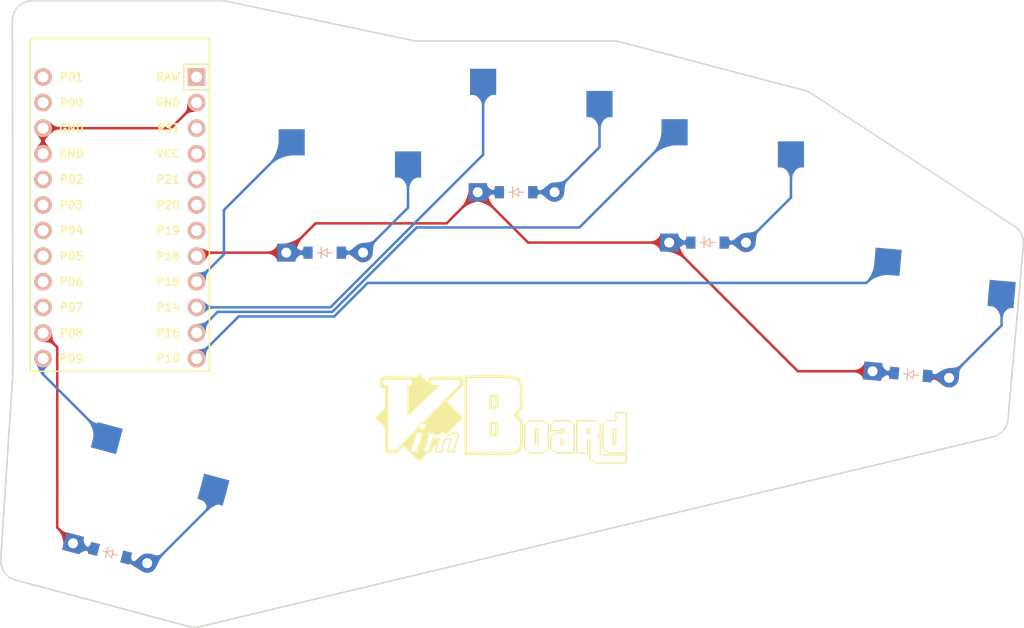
<source format=kicad_pcb>
(kicad_pcb (version 20241229) (generator "pcbnew") (generator_version "9.0")
  (title_block (title "vimboard") (rev "v1.0.0") (company "Unknown"))
  (layers (0 "F.Cu" signal) (2 "B.Cu" signal) (13 "F.Paste" user) (15 "B.Paste" user) (5 "F.SilkS" user) (7 "B.SilkS" user) (1 "F.Mask" user) (3 "B.Mask" user) (25 "Edge.Cuts" user))
  (net 0 "")
  (net 1 "P15")
  (net 2 "index_main")
  (net 3 "P14")
  (net 4 "middle_main")
  (net 5 "P16")
  (net 6 "ring_main")
  (net 7 "P10")
  (net 8 "pinky_main")
  (net 9 "P9")
  (net 10 "escape_main")
  (net 11 "P18")
  (net 12 "P8")
  (net 13 "RAW")
  (net 14 "GND")
  (net 15 "RST")
  (net 16 "VCC")
  (net 17 "P21")
  (net 18 "P20")
  (net 19 "P19")
  (net 20 "P1")
  (net 21 "P0")
  (net 22 "P2")
  (net 23 "P3")
  (net 24 "P4")
  (net 25 "P5")
  (net 26 "P6")
  (net 27 "P7")
  (footprint "ComboDiode" (layer "F.Cu") (at 158.174517 117.099143 -5)
    (property "Reference" "D4" (hide yes))
    (property "Value" "" (hide yes))
    (fp_line (start -0.75 0) (end -0.35 -0.000001) (stroke (width 0.1)) (layer "F.SilkS"))
    (fp_line (start -0.35 -0.000001) (end -0.35 0.55) (stroke (width 0.1)) (layer "F.SilkS"))
    (fp_line (start -0.35 -0.000001) (end -0.35 -0.55) (stroke (width 0.1)) (layer "F.SilkS"))
    (fp_line (start -0.35 -0.000001) (end 0.25 -0.4) (stroke (width 0.1)) (layer "F.SilkS"))
    (fp_line (start 0.25 0.4) (end -0.35 -0.000001) (stroke (width 0.1)) (layer "F.SilkS"))
    (fp_line (start 0.25 0) (end 0.75 0) (stroke (width 0.1)) (layer "F.SilkS"))
    (fp_line (start 0.25 -0.4) (end 0.25 0.4) (stroke (width 0.1)) (layer "F.SilkS"))
    (fp_line (start -0.75 0) (end -0.35 -0.000001) (stroke (width 0.1)) (layer "B.SilkS"))
    (fp_line (start -0.35 -0.000001) (end -0.35 0.55) (stroke (width 0.1)) (layer "B.SilkS"))
    (fp_line (start -0.35 -0.000001) (end -0.35 -0.55) (stroke (width 0.1)) (layer "B.SilkS"))
    (fp_line (start -0.35 -0.000001) (end 0.25 -0.4) (stroke (width 0.1)) (layer "B.SilkS"))
    (fp_line (start 0.25 0.4) (end -0.35 -0.000001) (stroke (width 0.1)) (layer "B.SilkS"))
    (fp_line (start 0.25 0) (end 0.75 0) (stroke (width 0.1)) (layer "B.SilkS"))
    (fp_line (start 0.25 -0.4) (end 0.25 0.4) (stroke (width 0.1)) (layer "B.SilkS"))
    (pad "1" thru_hole rect (at -3.81 0 355) (size 1.778 1.778) (drill 0.9906) (layers "*.Cu" "*.Mask") (net 11 "P18"))
    (pad "1" smd rect (at -1.65 0 355) (size 0.9 1.2) (layers "F.Cu" "F.Mask" "F.Paste") (net 11 "P18"))
    (pad "1" smd rect (at -1.65 0 355) (size 0.9 1.2) (layers "B.Cu" "B.Mask" "B.Paste") (net 11 "P18"))
    (pad "2" smd rect (at 1.65 0 355) (size 0.9 1.2) (layers "F.Cu" "F.Mask" "F.Paste") (net 8 "pinky_main"))
    (pad "2" smd rect (at 1.65 0 355) (size 0.9 1.2) (layers "B.Cu" "B.Mask" "B.Paste") (net 8 "pinky_main"))
    (pad "2" thru_hole circle (at 3.81 0 355) (size 1.905 1.905) (drill 0.9906) (layers "*.Cu" "*.Mask") (net 8 "pinky_main"))
  )
  (footprint "PG1350" (layer "F.Cu") (at 138 99)
    (property "Reference" "S3" (hide yes))
    (property "Value" "" (hide yes))
    (pad "" np_thru_hole circle (at -5.5 0) (size 1.7018 1.7018) (drill 1.7018) (layers "*.Cu" "*.Mask"))
    (pad "" np_thru_hole circle (at 0 -5.95) (size 3 3) (drill 3) (layers "*.Cu" "*.Mask"))
    (pad "" np_thru_hole circle (at 0 0) (size 3.429 3.429) (drill 3.429) (layers "*.Cu" "*.Mask"))
    (pad "" np_thru_hole circle (at 5 -3.75) (size 3 3) (drill 3) (layers "*.Cu" "*.Mask"))
    (pad "" np_thru_hole circle (at 5.5 0) (size 1.7018 1.7018) (drill 1.7018) (layers "*.Cu" "*.Mask"))
    (pad "1" smd rect (at -3.275 -5.95) (size 2.6 2.6) (layers "B.Cu" "B.Mask" "B.Paste") (net 5 "P16"))
    (pad "2" smd rect (at 8.275 -3.75) (size 2.6 2.6) (layers "B.Cu" "B.Mask" "B.Paste") (net 6 "ring_main"))
  )
  (footprint "ComboDiode" (layer "F.Cu") (at 100 105)
    (property "Reference" "D1" (hide yes))
    (property "Value" "" (hide yes))
    (fp_line (start -0.75 0) (end -0.35 0) (stroke (width 0.1)) (layer "F.SilkS"))
    (fp_line (start -0.35 0) (end -0.35 -0.55) (stroke (width 0.1)) (layer "F.SilkS"))
    (fp_line (start -0.35 0) (end -0.35 0.55) (stroke (width 0.1)) (layer "F.SilkS"))
    (fp_line (start -0.35 0) (end 0.25 -0.4) (stroke (width 0.1)) (layer "F.SilkS"))
    (fp_line (start 0.25 -0.4) (end 0.25 0.4) (stroke (width 0.1)) (layer "F.SilkS"))
    (fp_line (start 0.25 0) (end 0.75 0) (stroke (width 0.1)) (layer "F.SilkS"))
    (fp_line (start 0.25 0.4) (end -0.35 0) (stroke (width 0.1)) (layer "F.SilkS"))
    (fp_line (start -0.75 0) (end -0.35 0) (stroke (width 0.1)) (layer "B.SilkS"))
    (fp_line (start -0.35 0) (end -0.35 -0.55) (stroke (width 0.1)) (layer "B.SilkS"))
    (fp_line (start -0.35 0) (end -0.35 0.55) (stroke (width 0.1)) (layer "B.SilkS"))
    (fp_line (start -0.35 0) (end 0.25 -0.4) (stroke (width 0.1)) (layer "B.SilkS"))
    (fp_line (start 0.25 -0.4) (end 0.25 0.4) (stroke (width 0.1)) (layer "B.SilkS"))
    (fp_line (start 0.25 0) (end 0.75 0) (stroke (width 0.1)) (layer "B.SilkS"))
    (fp_line (start 0.25 0.4) (end -0.35 0) (stroke (width 0.1)) (layer "B.SilkS"))
    (pad "1" thru_hole rect (at -3.81 0) (size 1.778 1.778) (drill 0.9906) (layers "*.Cu" "*.Mask") (net 11 "P18"))
    (pad "1" smd rect (at -1.65 0) (size 0.9 1.2) (layers "F.Cu" "F.Mask" "F.Paste") (net 11 "P18"))
    (pad "1" smd rect (at -1.65 0) (size 0.9 1.2) (layers "B.Cu" "B.Mask" "B.Paste") (net 11 "P18"))
    (pad "2" smd rect (at 1.65 0) (size 0.9 1.2) (layers "F.Cu" "F.Mask" "F.Paste") (net 2 "index_main"))
    (pad "2" smd rect (at 1.65 0) (size 0.9 1.2) (layers "B.Cu" "B.Mask" "B.Paste") (net 2 "index_main"))
    (pad "2" thru_hole circle (at 3.81 0) (size 1.905 1.905) (drill 0.9906) (layers "*.Cu" "*.Mask") (net 2 "index_main"))
  )
  (footprint "PG1350" (layer "F.Cu") (at 100 100)
    (property "Reference" "S1" (hide yes))
    (property "Value" "" (hide yes))
    (pad "" np_thru_hole circle (at -5.5 0) (size 1.7018 1.7018) (drill 1.7018) (layers "*.Cu" "*.Mask"))
    (pad "" np_thru_hole circle (at 0 -5.95) (size 3 3) (drill 3) (layers "*.Cu" "*.Mask"))
    (pad "" np_thru_hole circle (at 0 0) (size 3.429 3.429) (drill 3.429) (layers "*.Cu" "*.Mask"))
    (pad "" np_thru_hole circle (at 5 -3.75) (size 3 3) (drill 3) (layers "*.Cu" "*.Mask"))
    (pad "" np_thru_hole circle (at 5.5 0) (size 1.7018 1.7018) (drill 1.7018) (layers "*.Cu" "*.Mask"))
    (pad "1" smd rect (at -3.275 -5.95) (size 2.6 2.6) (layers "B.Cu" "B.Mask" "B.Paste") (net 1 "P15"))
    (pad "2" smd rect (at 8.275 -3.75) (size 2.6 2.6) (layers "B.Cu" "B.Mask" "B.Paste") (net 2 "index_main"))
  )
  (footprint "ProMicro" (layer "F.Cu") (at 79.668976 101.536347 -90)
    (property "Reference" "MCU1" (hide yes))
    (property "Value" "" (hide yes))
    (fp_line (start -17.78 8.89) (end 15.24 8.89) (stroke (width 0.15)) (layer "F.SilkS"))
    (fp_line (start 15.24 8.89) (end 15.24 -8.89) (stroke (width 0.15)) (layer "F.SilkS"))
    (fp_line (start -15.24 -6.35) (end -12.7 -6.35) (stroke (width 0.15)) (layer "F.SilkS"))
    (fp_line (start -15.24 -6.35) (end -15.24 -8.89) (stroke (width 0.15)) (layer "F.SilkS"))
    (fp_line (start -12.7 -6.35) (end -12.7 -8.89) (stroke (width 0.15)) (layer "F.SilkS"))
    (fp_line (start -17.78 -8.89) (end -17.78 8.89) (stroke (width 0.15)) (layer "F.SilkS"))
    (fp_line (start 15.24 -8.89) (end -17.78 -8.89) (stroke (width 0.15)) (layer "F.SilkS"))
    (fp_text user "P04" (at 1.27 4.8 0) (layer "F.SilkS") (effects (font (size 0.8 0.8))))
    (fp_text user "GND" (at -6.35 4.8 0) (layer "F.SilkS") (effects (font (size 0.8 0.8))))
    (fp_text user "P00" (at -11.43 4.8 0) (layer "F.SilkS") (effects (font (size 0.8 0.8))))
    (fp_text user "RAW" (at -13.97 -4.8 0) (layer "F.SilkS") (effects (font (size 0.8 0.8))))
    (fp_text user "P03" (at -1.27 4.8 0) (layer "F.SilkS") (effects (font (size 0.8 0.8))))
    (fp_text user "P10" (at 13.97 -4.8 0) (layer "F.SilkS") (effects (font (size 0.8 0.8))))
    (fp_text user "P05" (at 3.81 4.8 0) (layer "F.SilkS") (effects (font (size 0.8 0.8))))
    (fp_text user "P07" (at 8.89 4.8 0) (layer "F.SilkS") (effects (font (size 0.8 0.8))))
    (fp_text user "P09" (at 13.97 4.8 0) (layer "F.SilkS") (effects (font (size 0.8 0.8))))
    (fp_text user "P02" (at -3.81 4.8 0) (layer "F.SilkS") (effects (font (size 0.8 0.8))))
    (fp_text user "P19" (at 1.27 -4.8 0) (layer "F.SilkS") (effects (font (size 0.8 0.8))))
    (fp_text user "P18" (at 3.81 -4.8 0) (layer "F.SilkS") (effects (font (size 0.8 0.8))))
    (fp_text user "P06" (at 6.35 4.8 0) (layer "F.SilkS") (effects (font (size 0.8 0.8))))
    (fp_text user "GND" (at -8.89 4.8 0) (layer "F.SilkS") (effects (font (size 0.8 0.8))))
    (fp_text user "P08" (at 11.43 4.8 0) (layer "F.SilkS") (effects (font (size 0.8 0.8))))
    (fp_text user "P21" (at -3.81 -4.8 0) (layer "F.SilkS") (effects (font (size 0.8 0.8))))
    (fp_text user "P15" (at 6.35 -4.8 0) (layer "F.SilkS") (effects (font (size 0.8 0.8))))
    (fp_text user "P01" (at -13.97 4.8 0) (layer "F.SilkS") (effects (font (size 0.8 0.8))))
    (fp_text user "RST" (at -8.89 -4.8 0) (layer "F.SilkS") (effects (font (size 0.8 0.8))))
    (fp_text user "P16" (at 11.43 -4.8 0) (layer "F.SilkS") (effects (font (size 0.8 0.8))))
    (fp_text user "GND" (at -11.43 -4.8 0) (layer "F.SilkS") (effects (font (size 0.8 0.8))))
    (fp_text user "P20" (at -1.27 -4.8 0) (layer "F.SilkS") (effects (font (size 0.8 0.8))))
    (fp_text user "P14" (at 8.89 -4.8 0) (layer "F.SilkS") (effects (font (size 0.8 0.8))))
    (fp_text user "VCC" (at -6.35 -4.8 0) (layer "F.SilkS") (effects (font (size 0.8 0.8))))
    (pad "1" thru_hole rect (at -13.97 -7.62 270) (size 1.7526 1.7526) (drill 1.0922) (layers "*.Cu" "*.SilkS" "*.Mask") (net 13 "RAW"))
    (pad "2" thru_hole circle (at -11.43 -7.62) (size 1.7526 1.7526) (drill 1.0922) (layers "*.Cu" "*.SilkS" "*.Mask") (net 14 "GND"))
    (pad "3" thru_hole circle (at -8.89 -7.62) (size 1.7526 1.7526) (drill 1.0922) (layers "*.Cu" "*.SilkS" "*.Mask") (net 15 "RST"))
    (pad "4" thru_hole circle (at -6.35 -7.62) (size 1.7526 1.7526) (drill 1.0922) (layers "*.Cu" "*.SilkS" "*.Mask") (net 16 "VCC"))
    (pad "5" thru_hole circle (at -3.81 -7.62) (size 1.7526 1.7526) (drill 1.0922) (layers "*.Cu" "*.SilkS" "*.Mask") (net 17 "P21"))
    (pad "6" thru_hole circle (at -1.27 -7.62) (size 1.7526 1.7526) (drill 1.0922) (layers "*.Cu" "*.SilkS" "*.Mask") (net 18 "P20"))
    (pad "7" thru_hole circle (at 1.27 -7.62) (size 1.7526 1.7526) (drill 1.0922) (layers "*.Cu" "*.SilkS" "*.Mask") (net 19 "P19"))
    (pad "8" thru_hole circle (at 3.81 -7.62) (size 1.7526 1.7526) (drill 1.0922) (layers "*.Cu" "*.SilkS" "*.Mask") (net 11 "P18"))
    (pad "9" thru_hole circle (at 6.35 -7.62) (size 1.7526 1.7526) (drill 1.0922) (layers "*.Cu" "*.SilkS" "*.Mask") (net 1 "P15"))
    (pad "10" thru_hole circle (at 8.89 -7.62) (size 1.7526 1.7526) (drill 1.0922) (layers "*.Cu" "*.SilkS" "*.Mask") (net 3 "P14"))
    (pad "11" thru_hole circle (at 11.43 -7.62) (size 1.7526 1.7526) (drill 1.0922) (layers "*.Cu" "*.SilkS" "*.Mask") (net 5 "P16"))
    (pad "12" thru_hole circle (at 13.97 -7.62) (size 1.7526 1.7526) (drill 1.0922) (layers "*.Cu" "*.SilkS" "*.Mask") (net 7 "P10"))
    (pad "13" thru_hole circle (at -13.97 7.62) (size 1.7526 1.7526) (drill 1.0922) (layers "*.Cu" "*.SilkS" "*.Mask") (net 20 "P1"))
    (pad "14" thru_hole circle (at -11.43 7.62) (size 1.7526 1.7526) (drill 1.0922) (layers "*.Cu" "*.SilkS" "*.Mask") (net 21 "P0"))
    (pad "15" thru_hole circle (at -8.89 7.62) (size 1.7526 1.7526) (drill 1.0922) (layers "*.Cu" "*.SilkS" "*.Mask") (net 14 "GND"))
    (pad "16" thru_hole circle (at -6.35 7.62) (size 1.7526 1.7526) (drill 1.0922) (layers "*.Cu" "*.SilkS" "*.Mask") (net 14 "GND"))
    (pad "17" thru_hole circle (at -3.81 7.62) (size 1.7526 1.7526) (drill 1.0922) (layers "*.Cu" "*.SilkS" "*.Mask") (net 22 "P2"))
    (pad "18" thru_hole circle (at -1.27 7.62) (size 1.7526 1.7526) (drill 1.0922) (layers "*.Cu" "*.SilkS" "*.Mask") (net 23 "P3"))
    (pad "19" thru_hole circle (at 1.27 7.62) (size 1.7526 1.7526) (drill 1.0922) (layers "*.Cu" "*.SilkS" "*.Mask") (net 24 "P4"))
    (pad "20" thru_hole circle (at 3.81 7.62) (size 1.7526 1.7526) (drill 1.0922) (layers "*.Cu" "*.SilkS" "*.Mask") (net 25 "P5"))
    (pad "21" thru_hole circle (at 6.35 7.62) (size 1.7526 1.7526) (drill 1.0922) (layers "*.Cu" "*.SilkS" "*.Mask") (net 26 "P6"))
    (pad "22" thru_hole circle (at 8.89 7.62) (size 1.7526 1.7526) (drill 1.0922) (layers "*.Cu" "*.SilkS" "*.Mask") (net 27 "P7"))
    (pad "23" thru_hole circle (at 11.43 7.62) (size 1.7526 1.7526) (drill 1.0922) (layers "*.Cu" "*.SilkS" "*.Mask") (net 12 "P8"))
    (pad "24" thru_hole circle (at 13.97 7.62) (size 1.7526 1.7526) (drill 1.0922) (layers "*.Cu" "*.SilkS" "*.Mask") (net 9 "P9"))
  )
  (footprint "ComboDiode" (layer "F.Cu") (at 119 99)
    (property "Reference" "D2" (hide yes))
    (property "Value" "" (hide yes))
    (fp_line (start -0.75 0) (end -0.35 0) (stroke (width 0.1)) (layer "F.SilkS"))
    (fp_line (start -0.35 0) (end -0.35 -0.55) (stroke (width 0.1)) (layer "F.SilkS"))
    (fp_line (start -0.35 0) (end -0.35 0.55) (stroke (width 0.1)) (layer "F.SilkS"))
    (fp_line (start -0.35 0) (end 0.25 -0.4) (stroke (width 0.1)) (layer "F.SilkS"))
    (fp_line (start 0.25 -0.4) (end 0.25 0.4) (stroke (width 0.1)) (layer "F.SilkS"))
    (fp_line (start 0.25 0) (end 0.75 0) (stroke (width 0.1)) (layer "F.SilkS"))
    (fp_line (start 0.25 0.4) (end -0.35 0) (stroke (width 0.1)) (layer "F.SilkS"))
    (fp_line (start -0.75 0) (end -0.35 0) (stroke (width 0.1)) (layer "B.SilkS"))
    (fp_line (start -0.35 0) (end -0.35 -0.55) (stroke (width 0.1)) (layer "B.SilkS"))
    (fp_line (start -0.35 0) (end -0.35 0.55) (stroke (width 0.1)) (layer "B.SilkS"))
    (fp_line (start -0.35 0) (end 0.25 -0.4) (stroke (width 0.1)) (layer "B.SilkS"))
    (fp_line (start 0.25 -0.4) (end 0.25 0.4) (stroke (width 0.1)) (layer "B.SilkS"))
    (fp_line (start 0.25 0) (end 0.75 0) (stroke (width 0.1)) (layer "B.SilkS"))
    (fp_line (start 0.25 0.4) (end -0.35 0) (stroke (width 0.1)) (layer "B.SilkS"))
    (pad "1" thru_hole rect (at -3.81 0) (size 1.778 1.778) (drill 0.9906) (layers "*.Cu" "*.Mask") (net 11 "P18"))
    (pad "1" smd rect (at -1.65 0) (size 0.9 1.2) (layers "F.Cu" "F.Mask" "F.Paste") (net 11 "P18"))
    (pad "1" smd rect (at -1.65 0) (size 0.9 1.2) (layers "B.Cu" "B.Mask" "B.Paste") (net 11 "P18"))
    (pad "2" smd rect (at 1.65 0) (size 0.9 1.2) (layers "F.Cu" "F.Mask" "F.Paste") (net 4 "middle_main"))
    (pad "2" smd rect (at 1.65 0) (size 0.9 1.2) (layers "B.Cu" "B.Mask" "B.Paste") (net 4 "middle_main"))
    (pad "2" thru_hole circle (at 3.81 0) (size 1.905 1.905) (drill 0.9906) (layers "*.Cu" "*.Mask") (net 4 "middle_main"))
  )
  (footprint "PG1350" (layer "F.Cu") (at 119 94)
    (property "Reference" "S2" (hide yes))
    (property "Value" "" (hide yes))
    (pad "" np_thru_hole circle (at -5.5 0) (size 1.7018 1.7018) (drill 1.7018) (layers "*.Cu" "*.Mask"))
    (pad "" np_thru_hole circle (at 0 -5.95) (size 3 3) (drill 3) (layers "*.Cu" "*.Mask"))
    (pad "" np_thru_hole circle (at 0 0) (size 3.429 3.429) (drill 3.429) (layers "*.Cu" "*.Mask"))
    (pad "" np_thru_hole circle (at 5 -3.75) (size 3 3) (drill 3) (layers "*.Cu" "*.Mask"))
    (pad "" np_thru_hole circle (at 5.5 0) (size 1.7018 1.7018) (drill 1.7018) (layers "*.Cu" "*.Mask"))
    (pad "1" smd rect (at -3.275 -5.95) (size 2.6 2.6) (layers "B.Cu" "B.Mask" "B.Paste") (net 3 "P14"))
    (pad "2" smd rect (at 8.275 -3.75) (size 2.6 2.6) (layers "B.Cu" "B.Mask" "B.Paste") (net 4 "middle_main"))
  )
  (footprint "ComboDiode" (layer "F.Cu") (at 138 104)
    (property "Reference" "D3" (hide yes))
    (property "Value" "" (hide yes))
    (fp_line (start -0.75 0) (end -0.35 0) (stroke (width 0.1)) (layer "F.SilkS"))
    (fp_line (start -0.35 0) (end -0.35 -0.55) (stroke (width 0.1)) (layer "F.SilkS"))
    (fp_line (start -0.35 0) (end -0.35 0.55) (stroke (width 0.1)) (layer "F.SilkS"))
    (fp_line (start -0.35 0) (end 0.25 -0.4) (stroke (width 0.1)) (layer "F.SilkS"))
    (fp_line (start 0.25 -0.4) (end 0.25 0.4) (stroke (width 0.1)) (layer "F.SilkS"))
    (fp_line (start 0.25 0) (end 0.75 0) (stroke (width 0.1)) (layer "F.SilkS"))
    (fp_line (start 0.25 0.4) (end -0.35 0) (stroke (width 0.1)) (layer "F.SilkS"))
    (fp_line (start -0.75 0) (end -0.35 0) (stroke (width 0.1)) (layer "B.SilkS"))
    (fp_line (start -0.35 0) (end -0.35 -0.55) (stroke (width 0.1)) (layer "B.SilkS"))
    (fp_line (start -0.35 0) (end -0.35 0.55) (stroke (width 0.1)) (layer "B.SilkS"))
    (fp_line (start -0.35 0) (end 0.25 -0.4) (stroke (width 0.1)) (layer "B.SilkS"))
    (fp_line (start 0.25 -0.4) (end 0.25 0.4) (stroke (width 0.1)) (layer "B.SilkS"))
    (fp_line (start 0.25 0) (end 0.75 0) (stroke (width 0.1)) (layer "B.SilkS"))
    (fp_line (start 0.25 0.4) (end -0.35 0) (stroke (width 0.1)) (layer "B.SilkS"))
    (pad "1" thru_hole rect (at -3.81 0) (size 1.778 1.778) (drill 0.9906) (layers "*.Cu" "*.Mask") (net 11 "P18"))
    (pad "1" smd rect (at -1.65 0) (size 0.9 1.2) (layers "F.Cu" "F.Mask" "F.Paste") (net 11 "P18"))
    (pad "1" smd rect (at -1.65 0) (size 0.9 1.2) (layers "B.Cu" "B.Mask" "B.Paste") (net 11 "P18"))
    (pad "2" smd rect (at 1.65 0) (size 0.9 1.2) (layers "F.Cu" "F.Mask" "F.Paste") (net 6 "ring_main"))
    (pad "2" smd rect (at 1.65 0) (size 0.9 1.2) (layers "B.Cu" "B.Mask" "B.Paste") (net 6 "ring_main"))
    (pad "2" thru_hole circle (at 3.81 0) (size 1.905 1.905) (drill 0.9906) (layers "*.Cu" "*.Mask") (net 6 "ring_main"))
  )
  (footprint "PG1350" (layer "F.Cu") (at 80 130 -15)
    (property "Reference" "S5" (hide yes))
    (property "Value" "" (hide yes))
    (pad "" np_thru_hole circle (at -5.5 0) (size 1.7018 1.7018) (drill 1.7018) (layers "*.Cu" "*.Mask"))
    (pad "" np_thru_hole circle (at 0 -5.95) (size 3 3) (drill 3) (layers "*.Cu" "*.Mask"))
    (pad "" np_thru_hole circle (at 0 0) (size 3.429 3.429) (drill 3.429) (layers "*.Cu" "*.Mask"))
    (pad "" np_thru_hole circle (at 5 -3.75) (size 3 3) (drill 3) (layers "*.Cu" "*.Mask"))
    (pad "" np_thru_hole circle (at 5.5 0) (size 1.7018 1.7018) (drill 1.7018) (layers "*.Cu" "*.Mask"))
    (pad "1" smd rect (at -3.275 -5.95 345) (size 2.6 2.6) (layers "B.Cu" "B.Mask" "B.Paste") (net 9 "P9"))
    (pad "2" smd rect (at 8.275 -3.75 345) (size 2.6 2.6) (layers "B.Cu" "B.Mask" "B.Paste") (net 10 "escape_main"))
  )
  (footprint "vimboard_logo:logo" (layer "F.Cu") (at 105 117)
    (property "Reference" "svg2mod" (hide yes))
    (property "Value" "G***" (hide yes))
    (fp_poly (pts (xy 12.067323 3.345526) (xy 12.043723 3.369426) (xy 11.465243 3.369426) (xy 11.465243 2.220406) (xy 12.043723 2.220406) (xy 12.067323 2.244306) (xy 12.067323 3.345526)) (stroke (width 0.264923)) (fill no) (layer "F.SilkS"))
    (fp_poly (pts (xy 12.067323 6.026576) (xy 12.043723 6.050476) (xy 11.465243 6.050476) (xy 11.465243 4.889486) (xy 12.043723 4.889486) (xy 12.067323 4.913386) (xy 12.067323 6.026576)) (stroke (width 0.264923)) (fill no) (layer "F.SilkS"))
    (fp_poly (pts (xy 18.725883 7.078116) (xy 18.480963 7.078116) (xy 18.470963 7.068116) (xy 18.470963 6.588276) (xy 18.480963 6.578276) (xy 18.725883 6.578276) (xy 18.725883 7.078116)) (stroke (width 0.132462)) (fill no) (layer "F.SilkS"))
    (fp_poly (pts (xy 21.315003 5.948496) (xy 21.305003 5.958496) (xy 21.060083 5.958496) (xy 21.060083 5.478656) (xy 21.305003 5.478656) (xy 21.315003 5.488656) (xy 21.315003 5.948496)) (stroke (width 0.132462)) (fill no) (layer "F.SilkS"))
    (fp_poly (pts (xy 23.894123 7.078116) (xy 23.649203 7.078116) (xy 23.639203 7.068116) (xy 23.639203 5.488656) (xy 23.649203 5.478656) (xy 23.894123 5.478656) (xy 23.894123 7.078116)) (stroke (width 0.132462)) (fill no) (layer "F.SilkS"))
    (fp_poly (pts (xy 16.151763 7.068116) (xy 16.141763 7.078116) (xy 15.906843 7.078116) (xy 15.896843 7.068116) (xy 15.896843 5.488656) (xy 15.906843 5.478656) (xy 16.141763 5.478656) (xy 16.151763 5.488656) (xy 16.151763 7.068116)) (stroke (width 0.132462)) (fill no) (layer "F.SilkS"))
    (fp_poly (pts (xy 16.671583 7.872846) (xy 17.191413 7.477976) (xy 17.191413 5.083796) (xy 16.671583 4.678936) (xy 15.377023 4.678936) (xy 14.857203 5.083796) (xy 14.857203 7.477976) (xy 15.377023 7.872846) (xy 16.671583 7.872846)) (stroke (width 0.132462)) (fill no) (layer "F.SilkS"))
    (fp_poly (pts (xy 24.933773 7.872846) (xy 24.933773 3.879206) (xy 23.894123 3.879206) (xy 23.894123 4.678936) (xy 23.119393 4.678936) (xy 22.599563 5.083796) (xy 22.599563 7.477976) (xy 23.119393 7.872846) (xy 24.933773 7.872846)) (stroke (width 0.132462)) (fill no) (layer "F.SilkS"))
    (fp_poly (pts (xy 13.295093 7.953586) (xy 14.21445 7.718692) (xy 14.522873 7.008036) (xy 14.522873 4.757866) (xy 13.908983 4.123516) (xy 14.511063 3.501126) (xy 14.511063 1.274896) (xy 14.208545 0.547777) (xy 13.295093 0.305406) (xy 9.009683 0.305406) (xy 9.009683 7.953586) (xy 13.295093 7.953586)) (stroke (width 0.264923)) (fill no) (layer "F.SilkS"))
    (fp_poly (pts (xy 19.765523 7.872846) (xy 19.765523 5.083796) (xy 19.245703 4.678936) (xy 17.951143 4.678936) (xy 17.431323 5.083796) (xy 17.431323 5.673596) (xy 18.470973 5.673596) (xy 18.470973 5.488656) (xy 18.480973 5.478656) (xy 18.715893 5.478656) (xy 18.725893 5.488656) (xy 18.725893 5.878526) (xy 17.951163 5.878526) (xy 17.431333 6.273386) (xy 17.431333 7.477976) (xy 17.951163 7.872846) (xy 19.765523 7.872846)) (stroke (width 0.132462)) (fill no) (layer "F.SilkS"))
    (fp_poly (pts (xy 24.933773 8.867506) (xy 24.933773 8.072776) (xy 22.364643 8.072776) (xy 22.354643 8.062776) (xy 22.354643 6.538286) (xy 22.094733 6.273386) (xy 22.349643 6.013466) (xy 22.349643 5.083786) (xy 21.834823 4.678926) (xy 20.020443 4.678926) (xy 20.020443 7.872836) (xy 21.060083 7.872836) (xy 21.060083 6.593276) (xy 21.305003 6.593276) (xy 21.315003 6.603276) (xy 21.315003 8.472636) (xy 21.834833 8.867506) (xy 24.933773 8.867506)) (stroke (width 0.132462)) (fill no) (layer "F.SilkS"))
    (fp_poly (pts (xy 8.759729 4.374465) (xy 8.749799 4.374465) (xy 7.173848 2.798514) (xy 8.74425 1.187516) (xy 8.74425 0.533303) (xy 8.50739 0.296735) (xy 5.515244 0.296735) (xy 5.274295 0.517532) (xy 5.274295 0.898961) (xy 4.385268 0.009933) (xy 4.385268 0.000003) (xy 4.379718 0.00526) (xy 4.374461 0.000003) (xy 4.374461 0.009933) (xy 3.903662 0.481025) (xy 3.707398 0.284469) (xy 0.742706 0.284469) (xy 0.509935 0.5371) (xy 0.509935 1.225191) (xy 0.734821 1.450077) (xy 0.997674 1.450077) (xy 0.997674 3.388181) (xy 0.00993 4.375341) (xy 0 4.375341) (xy 0.005257 4.380014) (xy 0 4.384979) (xy 0.00993 4.384979) (xy 0.997674 5.372723) (xy 0.997674 7.732852) (xy 1.328577 7.923859) (xy 2.040617 7.923859) (xy 2.040617 7.60201) (xy 1.415319 7.60201) (xy 1.319815 7.547395) (xy 1.319815 1.128228) (xy 0.868584 1.128228) (xy 0.832077 1.09172) (xy 0.832077 0.662393) (xy 0.884355 0.606318) (xy 3.574512 0.606318) (xy 3.652199 0.684298) (xy 3.652199 1.0888) (xy 3.600505 1.151884) (xy 3.206809 1.151884) (xy 3.206809 4.32277) (xy 6.421212 1.151884) (xy 5.659813 1.151884) (xy 5.595853 1.083251) (xy 5.595853 0.658889) (xy 5.639953 0.618292) (xy 8.373627 0.618292) (xy 8.421816 0.666774) (xy 8.421816 1.057257) (xy 4.737491 4.835626) (xy 4.601391 4.835626) (xy 4.596134 4.835626) (xy 4.58562 4.83621) (xy 4.586204 4.83621) (xy 4.578903 4.837378) (xy 4.535386 4.859283) (xy 4.410093 4.967052) (xy 4.408632 4.968221) (xy 4.382347 5.007941) (xy 4.382055 5.008525) (xy 4.273993 5.31139) (xy 2.040617 7.60201) (xy 2.040617 7.923859) (xy 2.176133 7.923859) (xy 2.854002 7.22905) (xy 3.590867 7.965915) (xy 3.590867 7.715037) (xy 4.167099 6.069283) (xy 3.98427 6.069283) (xy 4.092624 5.958301) (xy 4.698063 5.958301) (xy 4.127671 7.620701) (xy 4.355185 7.620701) (xy 4.326272 7.714744) (xy 3.590867 7.715037) (xy 3.590867 7.965915) (xy 4.374461 8.74951) (xy 4.374461 8.759732) (xy 4.38001 8.754767) (xy 4.384976 8.759732) (xy 4.384976 8.74951) (xy 4.81401 8.320612) (xy 4.81401 5.446029) (xy 4.460327 5.446029) (xy 4.394321 5.380024) (xy 4.507932 5.062264) (xy 4.613074 4.972017) (xy 4.939596 4.972017) (xy 4.994211 5.027217) (xy 4.896079 5.363669) (xy 4.81401 5.446029) (xy 4.81401 8.320612) (xy 5.300873 7.833905) (xy 5.477861 7.833905) (xy 5.568983 7.76936) (xy 5.569275 7.768775) (xy 5.62243 7.6134) (xy 5.627395 7.582734) (xy 5.608703 7.525782) (xy 5.608995 7.526074) (xy 6.142587 6.992482) (xy 5.919162 7.708611) (xy 5.914781 7.736941) (xy 5.982831 7.829524) (xy 5.983415 7.829816) (xy 6.011745 7.834197) (xy 6.651354 7.834197) (xy 6.651354 7.697221) (xy 6.065484 7.697221) (xy 6.469401 6.402231) (xy 5.704499 6.402231) (xy 5.316936 7.620701) (xy 5.476108 7.620701) (xy 5.449823 7.696929) (xy 4.843508 7.696929) (xy 5.396084 6.069283) (xy 5.182297 6.069283) (xy 5.215592 5.970275) (xy 5.817817 5.970275) (xy 6.007364 6.166247) (xy 6.337975 6.166247) (xy 6.517299 5.964142) (xy 6.904569 5.964142) (xy 7.083017 6.15953) (xy 7.430568 6.159822) (xy 7.603467 5.970275) (xy 8.090329 5.970275) (xy 8.203064 6.121854) (xy 7.741319 7.620701) (xy 7.921227 7.620701) (xy 7.892021 7.696929) (xy 7.241314 7.696929) (xy 7.651657 6.396098) (xy 6.916252 6.396098) (xy 6.52314 7.633844) (xy 6.677931 7.633844) (xy 6.651354 7.697221) (xy 6.651354 7.834197) (xy 6.677347 7.834197) (xy 6.765841 7.775493) (xy 6.766133 7.774909) (xy 6.826298 7.631216) (xy 6.832723 7.595876) (xy 6.824545 7.556448) (xy 6.824837 7.557033) (xy 6.772267 7.505338) (xy 6.771682 7.505046) (xy 6.736343 7.497745) (xy 6.70889 7.497745) (xy 7.015552 6.532781) (xy 7.465323 6.532781) (xy 7.094408 7.708319) (xy 7.090027 7.736649) (xy 7.157785 7.829232) (xy 7.158369 7.829524) (xy 7.186991 7.833905) (xy 7.187283 7.833905) (xy 7.918014 7.833905) (xy 7.918306 7.833905) (xy 8.008261 7.772572) (xy 8.008553 7.771988) (xy 8.068425 7.615736) (xy 8.074266 7.582442) (xy 8.011473 7.491611) (xy 8.010889 7.491319) (xy 7.977594 7.485186) (xy 7.924732 7.485186) (xy 8.337411 6.144635) (xy 8.342376 6.114553) (xy 8.3231 6.056725) (xy 8.323392 6.057017) (xy 8.186417 5.87302) (xy 8.185249 5.871267) (xy 8.109021 5.834176) (xy 7.584775 5.834176) (xy 7.515557 5.863674) (xy 7.369527 6.024014) (xy 7.141721 6.024014) (xy 7.126534 6.007367) (xy 8.748923 4.384979) (xy 8.759145 4.384979) (xy 8.75418 4.38089) (xy 8.759729 4.374465)) (fill yes) (layer "F.SilkS"))
  )
  (footprint "ComboDiode" (layer "F.Cu") (at 78.705905 134.829629 -15)
    (property "Reference" "D5" (hide yes))
    (property "Value" "" (hide yes))
    (fp_line (start -0.75 0) (end -0.35 0) (stroke (width 0.1)) (layer "F.SilkS"))
    (fp_line (start -0.35 0) (end -0.35 0.550001) (stroke (width 0.1)) (layer "F.SilkS"))
    (fp_line (start -0.35 0) (end -0.35 -0.55) (stroke (width 0.1)) (layer "F.SilkS"))
    (fp_line (start -0.35 0) (end 0.25 -0.4) (stroke (width 0.1)) (layer "F.SilkS"))
    (fp_line (start 0.25 0.4) (end -0.35 0) (stroke (width 0.1)) (layer "F.SilkS"))
    (fp_line (start 0.25 0) (end 0.75 0) (stroke (width 0.1)) (layer "F.SilkS"))
    (fp_line (start 0.25 -0.4) (end 0.25 0.4) (stroke (width 0.1)) (layer "F.SilkS"))
    (fp_line (start -0.75 0) (end -0.35 0) (stroke (width 0.1)) (layer "B.SilkS"))
    (fp_line (start -0.35 0) (end -0.35 0.550001) (stroke (width 0.1)) (layer "B.SilkS"))
    (fp_line (start -0.35 0) (end -0.35 -0.55) (stroke (width 0.1)) (layer "B.SilkS"))
    (fp_line (start -0.35 0) (end 0.25 -0.4) (stroke (width 0.1)) (layer "B.SilkS"))
    (fp_line (start 0.25 0.4) (end -0.35 0) (stroke (width 0.1)) (layer "B.SilkS"))
    (fp_line (start 0.25 0) (end 0.75 0) (stroke (width 0.1)) (layer "B.SilkS"))
    (fp_line (start 0.25 -0.4) (end 0.25 0.4) (stroke (width 0.1)) (layer "B.SilkS"))
    (pad "1" thru_hole rect (at -3.81 -0.000001 345) (size 1.778 1.778) (drill 0.9906) (layers "*.Cu" "*.Mask") (net 12 "P8"))
    (pad "1" smd rect (at -1.65 0.000001 345) (size 0.9 1.2) (layers "F.Cu" "F.Mask" "F.Paste") (net 12 "P8"))
    (pad "1" smd rect (at -1.65 0.000001 345) (size 0.9 1.2) (layers "B.Cu" "B.Mask" "B.Paste") (net 12 "P8"))
    (pad "2" smd rect (at 1.65 -0.000001 345) (size 0.9 1.2) (layers "F.Cu" "F.Mask" "F.Paste") (net 10 "escape_main"))
    (pad "2" smd rect (at 1.65 -0.000001 345) (size 0.9 1.2) (layers "B.Cu" "B.Mask" "B.Paste") (net 10 "escape_main"))
    (pad "2" thru_hole circle (at 3.81 0.000001 345) (size 1.905 1.905) (drill 0.9906) (layers "*.Cu" "*.Mask") (net 10 "escape_main"))
  )
  (footprint "PG1350" (layer "F.Cu") (at 158.610296 112.11817 -5)
    (property "Reference" "S4" (hide yes))
    (property "Value" "" (hide yes))
    (pad "" np_thru_hole circle (at -5.5 0) (size 1.7018 1.7018) (drill 1.7018) (layers "*.Cu" "*.Mask"))
    (pad "" np_thru_hole circle (at 0 -5.95) (size 3 3) (drill 3) (layers "*.Cu" "*.Mask"))
    (pad "" np_thru_hole circle (at 0 0) (size 3.429 3.429) (drill 3.429) (layers "*.Cu" "*.Mask"))
    (pad "" np_thru_hole circle (at 5.000001 -3.75) (size 3 3) (drill 3) (layers "*.Cu" "*.Mask"))
    (pad "" np_thru_hole circle (at 5.5 0) (size 1.7018 1.7018) (drill 1.7018) (layers "*.Cu" "*.Mask"))
    (pad "1" smd rect (at -3.275 -5.95 355) (size 2.6 2.6) (layers "B.Cu" "B.Mask" "B.Paste") (net 7 "P10"))
    (pad "2" smd rect (at 8.275 -3.75 355) (size 2.6 2.6) (layers "B.Cu" "B.Mask" "B.Paste") (net 8 "pinky_main"))
  )
  (gr_arc (start 167.826267 121.516265) (mid 167.348535 122.648021) (end 166.299361 123.28703) (stroke (width 0.15)) (layer "Edge.Cuts"))
  (gr_line (start 109.208244 84) (end 128.741247 84) (stroke (width 0.15)) (layer "Edge.Cuts"))
  (gr_line (start 129.250233 84.065851) (end 147.685909 88.917345) (stroke (width 0.15)) (layer "Edge.Cuts"))
  (gr_line (start 67.858075 135.434859) (end 69.060968 116.783341) (stroke (width 0.15)) (layer "Edge.Cuts"))
  (gr_arc (start 69.003559 82.003553) (mid 69.588087 80.587043) (end 71.003556 80) (stroke (width 0.15)) (layer "Edge.Cuts"))
  (gr_arc (start 128.741246 84) (mid 128.997861 84.016531) (end 129.250233 84.065851) (stroke (width 0.15)) (layer "Edge.Cuts"))
  (gr_line (start 86.581184 142.116185) (end 69.336291 137.49543) (stroke (width 0.15)) (layer "Edge.Cuts"))
  (gr_line (start 169.339459 104.220406) (end 167.826267 121.516264) (stroke (width 0.15)) (layer "Edge.Cuts"))
  (gr_arc (start 89.791756 80) (mid 89.99888 80.010754) (end 90.203777 80.0429) (stroke (width 0.15)) (layer "Edge.Cuts"))
  (gr_arc (start 69.336291 137.49543) (mid 68.228845 136.729384) (end 67.858075 135.434859) (stroke (width 0.15)) (layer "Edge.Cuts"))
  (gr_arc (start 87.564306 142.12941) (mid 87.07192 142.184152) (end 86.581184 142.116185) (stroke (width 0.15)) (layer "Edge.Cuts"))
  (gr_line (start 90.203777 80.0429) (end 108.796223 83.9571) (stroke (width 0.15)) (layer "Edge.Cuts"))
  (gr_line (start 166.299361 123.28703) (end 87.564306 142.12941) (stroke (width 0.15)) (layer "Edge.Cuts"))
  (gr_arc (start 69.065111 116.651069) (mid 69.064134 116.717239) (end 69.060968 116.783341) (stroke (width 0.15)) (layer "Edge.Cuts"))
  (gr_arc (start 168.441942 102.372399) (mid 169.146119 103.172354) (end 169.339459 104.220406) (stroke (width 0.15)) (layer "Edge.Cuts"))
  (gr_arc (start 109.208244 84) (mid 109.00112 83.989246) (end 108.796223 83.9571) (stroke (width 0.15)) (layer "Edge.Cuts"))
  (gr_line (start 148.271795 89.177799) (end 168.441942 102.3724) (stroke (width 0.15)) (layer "Edge.Cuts"))
  (gr_arc (start 147.685909 88.917345) (mid 147.989357 89.023941) (end 148.271795 89.177799) (stroke (width 0.15)) (layer "Edge.Cuts"))
  (gr_line (start 71.003556 80) (end 89.791756 80) (stroke (width 0.15)) (layer "Edge.Cuts"))
  (gr_line (start 69.065111 116.65107) (end 69.003559 82.003553) (stroke (width 0.15)) (layer "Edge.Cuts"))
  (segment (start 90 100.775) (end 90 105.175323) (width 0.25) (layer "B.Cu") (net 1))
  (segment (start 96.725 94.05) (end 90 100.775) (width 0.25) (layer "B.Cu") (net 1))
  (segment (start 90 105.175323) (end 87.288976 107.886347) (width 0.25) (layer "B.Cu") (net 1))
  (segment (start 103.81 105) (end 101.65 105) (width 0.25) (layer "F.Cu") (net 2))
  (segment (start 108.275 100.535) (end 103.81 105) (width 0.25) (layer "B.Cu") (net 2))
  (segment (start 108.275 96.25) (end 108.275 100.535) (width 0.25) (layer "B.Cu") (net 2))
  (segment (start 103.81 105) (end 101.65 105) (width 0.25) (layer "B.Cu") (net 2))
  (segment (start 100.573653 110.426347) (end 87.288976 110.426347) (width 0.25) (layer "B.Cu") (net 3))
  (segment (start 115.725 88.05) (end 115.725 95.275) (width 0.25) (layer "B.Cu") (net 3))
  (segment (start 115.725 95.275) (end 100.573653 110.426347) (width 0.25) (layer "B.Cu") (net 3))
  (segment (start 120.65 99) (end 122.81 99) (width 0.25) (layer "F.Cu") (net 4))
  (segment (start 122.81 99) (end 120.65 99) (width 0.25) (layer "B.Cu") (net 4))
  (segment (start 127.275 94.535) (end 122.81 99) (width 0.25) (layer "B.Cu") (net 4))
  (segment (start 127.275 90.25) (end 127.275 94.535) (width 0.25) (layer "B.Cu") (net 4))
  (segment (start 100.760463 110.877347) (end 89.377976 110.877347) (width 0.25) (layer "B.Cu") (net 5))
  (segment (start 109.13781 102.5) (end 100.760463 110.877347) (width 0.25) (layer "B.Cu") (net 5))
  (segment (start 89.377976 110.877347) (end 87.288976 112.966347) (width 0.25) (layer "B.Cu") (net 5))
  (segment (start 134.725 93.05) (end 125.275 102.5) (width 0.25) (layer "B.Cu") (net 5))
  (segment (start 125.275 102.5) (end 109.13781 102.5) (width 0.25) (layer "B.Cu") (net 5))
  (segment (start 141.81 104) (end 139.65 104) (width 0.25) (layer "F.Cu") (net 6))
  (segment (start 141.81 104) (end 139.65 104) (width 0.25) (layer "B.Cu") (net 6))
  (segment (start 146.275 95.25) (end 146.275 99.535) (width 0.25) (layer "B.Cu") (net 6))
  (segment (start 146.275 99.535) (end 141.81 104) (width 0.25) (layer "B.Cu") (net 6))
  (segment (start 104.27562 108) (end 100.947273 111.328347) (width 0.25) (layer "B.Cu") (net 7))
  (segment (start 153.771711 108) (end 104.27562 108) (width 0.25) (layer "B.Cu") (net 7))
  (segment (start 91.466976 111.328347) (end 87.288976 115.506347) (width 0.25) (layer "B.Cu") (net 7))
  (segment (start 155.866335 105.905376) (end 153.771711 108) (width 0.25) (layer "B.Cu") (net 7))
  (segment (start 100.947273 111.328347) (end 91.466976 111.328347) (width 0.25) (layer "B.Cu") (net 7))
  (segment (start 160.006494 117.431206) (end 159.818238 117.24295) (width 0.25) (layer "F.Cu") (net 8))
  (segment (start 161.970019 117.431206) (end 160.006494 117.431206) (width 0.25) (layer "F.Cu") (net 8))
  (segment (start 167.180641 109.103654) (end 167.180641 112.220584) (width 0.25) (layer "B.Cu") (net 8))
  (segment (start 161.179043 117.24295) (end 159.818238 117.24295) (width 0.25) (layer "B.Cu") (net 8))
  (segment (start 167.180641 112.220584) (end 161.970019 117.431206) (width 0.25) (layer "B.Cu") (net 8))
  (segment (start 72.048976 117.077519) (end 72.048976 115.506347) (width 0.25) (layer "B.Cu") (net 9))
  (segment (start 78.376566 123.405109) (end 72.048976 117.077519) (width 0.25) (layer "B.Cu") (net 9))
  (segment (start 82.386082 135.81573) (end 80.858733 135.81573) (width 0.25) (layer "F.Cu") (net 10))
  (segment (start 80.858733 135.81573) (end 80.299683 135.25668) (width 0.25) (layer "F.Cu") (net 10))
  (segment (start 88.963608 129.865365) (end 83.013243 135.81573) (width 0.25) (layer "B.Cu") (net 10))
  (segment (start 80.858733 135.81573) (end 80.299683 135.25668) (width 0.25) (layer "B.Cu") (net 10))
  (segment (start 82.386082 135.81573) (end 80.858733 135.81573) (width 0.25) (layer "B.Cu") (net 10))
  (segment (start 88.963608 128.519506) (end 88.963608 129.865365) (width 0.25) (layer "B.Cu") (net 10))
  (segment (start 83.013243 135.81573) (end 82.386082 135.81573) (width 0.25) (layer "B.Cu") (net 10))
  (segment (start 112.0995 102.0905) (end 99.0995 102.0905) (width 0.25) (layer "F.Cu") (net 11))
  (segment (start 115.19 99) (end 112.0995 102.0905) (width 0.25) (layer "F.Cu") (net 11))
  (segment (start 146.95708 116.76708) (end 134.19 104) (width 0.25) (layer "F.Cu") (net 11))
  (segment (start 98.35 105) (end 96.19 105) (width 0.25) (layer "F.Cu") (net 11))
  (segment (start 136.35 104) (end 134.19 104) (width 0.25) (layer "F.Cu") (net 11))
  (segment (start 96.19 105) (end 87.635323 105) (width 0.25) (layer "F.Cu") (net 11))
  (segment (start 156.530796 116.955336) (end 154.567271 116.955336) (width 0.25) (layer "F.Cu") (net 11))
  (segment (start 87.635323 105) (end 87.288976 105.346347) (width 0.25) (layer "F.Cu") (net 11))
  (segment (start 120.19 104) (end 115.19 99) (width 0.25) (layer "F.Cu") (net 11))
  (segment (start 154.567271 116.955336) (end 154.379015 116.76708) (width 0.25) (layer "F.Cu") (net 11))
  (segment (start 99.0995 102.0905) (end 96.19 105) (width 0.25) (layer "F.Cu") (net 11))
  (segment (start 154.379015 116.76708) (end 146.95708 116.76708) (width 0.25) (layer "F.Cu") (net 11))
  (segment (start 134.19 104) (end 120.19 104) (width 0.25) (layer "F.Cu") (net 11))
  (segment (start 117.35 99) (end 115.19 99) (width 0.25) (layer "F.Cu") (net 11))
  (segment (start 117.35 99) (end 115.19 99) (width 0.25) (layer "B.Cu") (net 11))
  (segment (start 154.567271 116.955336) (end 154.379015 116.76708) (width 0.25) (layer "B.Cu") (net 11))
  (segment (start 136.35 104) (end 134.19 104) (width 0.25) (layer "B.Cu") (net 11))
  (segment (start 156.530796 116.955336) (end 154.567271 116.955336) (width 0.25) (layer "B.Cu") (net 11))
  (segment (start 98.35 105) (end 96.19 105) (width 0.25) (layer "B.Cu") (net 11))
  (segment (start 77.112127 134.402578) (end 75.584778 134.402578) (width 0.25) (layer "F.Cu") (net 12))
  (segment (start 75.584778 134.402578) (end 75.025728 133.843528) (width 0.25) (layer "F.Cu") (net 12))
  (segment (start 73.460508 114.377879) (end 72.048976 112.966347) (width 0.25) (layer "F.Cu") (net 12))
  (segment (start 73.460508 132.278308) (end 73.460508 114.377879) (width 0.25) (layer "F.Cu") (net 12))
  (segment (start 75.025728 133.843528) (end 73.460508 132.278308) (width 0.25) (layer "F.Cu") (net 12))
  (segment (start 77.112127 134.402578) (end 75.584778 134.402578) (width 0.25) (layer "B.Cu") (net 12))
  (segment (start 75.584778 134.402578) (end 75.025728 133.843528) (width 0.25) (layer "B.Cu") (net 12))
  (segment (start 72.048976 92.646347) (end 72.048976 95.186347) (width 0.25) (layer "F.Cu") (net 14))
  (segment (start 72.048976 92.646347) (end 84.748976 92.646347) (width 0.25) (layer "F.Cu") (net 14))
  (segment (start 84.748976 92.646347) (end 87.288976 90.106347) (width 0.25) (layer "F.Cu") (net 14))
)
</source>
